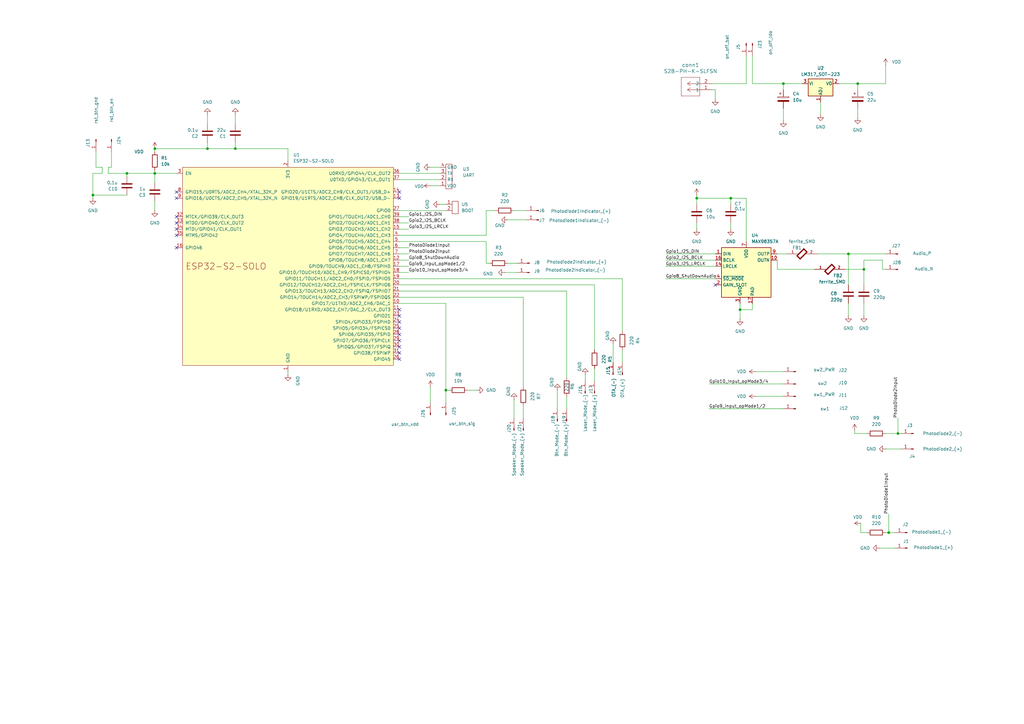
<source format=kicad_sch>
(kicad_sch (version 20250114) (generator "eeschema") (generator_version "9.0")
  (paper "A3")
  (title_block (title "Sprinting Gates schematics"))
  (lib_symbols
    (symbol "Audio:MAX98357A"
      (property "Reference" "U" (at -8.89 11.43 0))
      (property "Value" "MAX98357A" (at 10.16 11.43 0))
      (symbol "MAX98357A_1_1"
        (rectangle (start -10.16 10.16) (end 10.16 -10.16) (stroke (width 0.254)) (fill (type background)))
        (pin input line (at -12.7 7.62 0) (length 2.54) (name "DIN") (number "1"))
        (pin input line (at -12.7 5.08 0) (length 2.54) (name "BCLK") (number "16"))
        (pin input line (at -12.7 2.54 0) (length 2.54) (name "LRCLK") (number "14"))
        (pin input line (at -12.7 -2.54 0) (length 2.54) (name "~{SD_MODE}") (number "4"))
        (pin passive line (at -12.7 -5.08 0) (length 2.54) (name "GAIN_SLOT") (number "2"))
        (pin passive line (at -2.54 -12.7 90) (length 2.54) (hide yes) (name "GND") (number "11"))
        (pin passive line (at -2.54 -12.7 90) (length 2.54) (hide yes) (name "GND") (number "15"))
        (pin power_in line (at -2.54 -12.7 90) (length 2.54) (name "GND") (number "3"))
        (pin power_in line (at 0 12.7 270) (length 2.54) (name "VDD") (number "7"))
        (pin passive line (at 0 12.7 270) (length 2.54) (hide yes) (name "VDD") (number "8"))
        (pin unspecified line (at 2.54 -12.7 90) (length 2.54) (name "PAD") (number "17"))
        (pin no_connect line (at 10.16 2.54 180) (length 2.54) (hide yes) (name "NC") (number "5"))
        (pin no_connect line (at 10.16 0 180) (length 2.54) (hide yes) (name "NC") (number "6"))
        (pin no_connect line (at 10.16 -5.08 180) (length 2.54) (hide yes) (name "NC") (number "12"))
        (pin no_connect line (at 10.16 -7.62 180) (length 2.54) (hide yes) (name "NC") (number "13"))
        (pin output line (at 12.7 7.62 180) (length 2.54) (name "OUTP") (number "9"))
        (pin output line (at 12.7 5.08 180) (length 2.54) (name "OUTN") (number "10"))
      )
    )
    (symbol "Connector:Conn_01x01_Pin" (pin_names (offset 1.016) (hide yes))
      (property "Reference" "J" (at 0 2.54 0))
      (property "Value" "Conn_01x01_Pin" (at 0 -2.54 0))
      (symbol "Conn_01x01_Pin_1_1"
        (rectangle (start 0.8636 0.127) (end 0 -0.127) (stroke (width 0.1524)) (fill (type outline)))
        (polyline (pts (xy 1.27 0) (xy 0.8636 0)) (stroke (width 0.1524)))
        (pin passive line (at 5.08 0 180) (length 3.81) (name "Pin_1") (number "1"))
      )
    )
    (symbol "Device:C" (pin_numbers (hide yes)) (pin_names (offset 0.254))
      (property "Reference" "C" (at 0.635 2.54 0))
      (property "Value" "C" (at 0.635 -2.54 0))
      (symbol "C_0_1"
        (polyline (pts (xy -2.032 0.762) (xy 2.032 0.762)) (stroke (width 0.508)))
        (polyline (pts (xy -2.032 -0.762) (xy 2.032 -0.762)) (stroke (width 0.508)))
      )
      (symbol "C_1_1"
        (pin passive line (at 0 3.81 270) (length 2.794) (name "~") (number "1"))
        (pin passive line (at 0 -3.81 90) (length 2.794) (name "~") (number "2"))
      )
    )
    (symbol "Device:C_Polarized" (pin_numbers (hide yes)) (pin_names (offset 0.254))
      (property "Reference" "C" (at 0.635 2.54 0))
      (property "Value" "C_Polarized" (at 0.635 -2.54 0))
      (symbol "C_Polarized_0_1"
        (rectangle (start -2.286 0.508) (end 2.286 1.016))
        (polyline (pts (xy -1.778 2.286) (xy -0.762 2.286)))
        (polyline (pts (xy -1.27 2.794) (xy -1.27 1.778)))
        (rectangle (start 2.286 -0.508) (end -2.286 -1.016) (fill (type outline)))
      )
      (symbol "C_Polarized_1_1"
        (pin passive line (at 0 3.81 270) (length 2.794) (name "~") (number "1"))
        (pin passive line (at 0 -3.81 90) (length 2.794) (name "~") (number "2"))
      )
    )
    (symbol "Device:R" (pin_numbers (hide yes)) (pin_names (offset 0))
      (property "Reference" "R" (at 2.032 0 90))
      (property "Value" "R" (at 0 0 90))
      (symbol "R_0_1"
        (rectangle (start -1.016 -2.54) (end 1.016 2.54) (stroke (width 0.254)))
      )
      (symbol "R_1_1"
        (pin passive line (at 0 3.81 270) (length 1.27) (name "~") (number "1"))
        (pin passive line (at 0 -3.81 90) (length 1.27) (name "~") (number "2"))
      )
    )
    (symbol "LiPoConns:S2B-PH-K-SLFSN" (pin_names (offset 0.254))
      (property "Reference" "J" (at 8.89 6.35 0))
      (property "Value" "S2B-PH-K-SLFSN" (at -3.302 4.826 0))
      (symbol "S2B-PH-K-SLFSN_1_1"
        (polyline (pts (xy 5.08 2.54) (xy 5.08 -5.08)) (stroke (width 0.127)))
        (polyline (pts (xy 5.08 -5.08) (xy 12.7 -5.08)) (stroke (width 0.127)))
        (polyline (pts (xy 10.16 0) (xy 5.08 0)) (stroke (width 0.127)))
        (polyline (pts (xy 10.16 0) (xy 8.89 0.8467)) (stroke (width 0.127)))
        (polyline (pts (xy 10.16 0) (xy 8.89 -0.8467)) (stroke (width 0.127)))
        (polyline (pts (xy 10.16 -2.54) (xy 5.08 -2.54)) (stroke (width 0.127)))
        (polyline (pts (xy 10.16 -2.54) (xy 8.89 -1.6933)) (stroke (width 0.127)))
        (polyline (pts (xy 10.16 -2.54) (xy 8.89 -3.3867)) (stroke (width 0.127)))
        (polyline (pts (xy 12.7 2.54) (xy 5.08 2.54)) (stroke (width 0.127)))
        (polyline (pts (xy 12.7 -5.08) (xy 12.7 2.54)) (stroke (width 0.127)))
        (pin power_out line (at 0 0 0) (length 5.08) (name "1") (number "1"))
        (pin power_out line (at 0 -2.54 0) (length 5.08) (name "2") (number "2"))
      )
      (symbol "S2B-PH-K-SLFSN_1_2"
        (polyline (pts (xy 5.08 2.54) (xy 5.08 -5.08)) (stroke (width 0.127)))
        (polyline (pts (xy 5.08 -5.08) (xy 12.7 -5.08)) (stroke (width 0.127)))
        (polyline (pts (xy 7.62 0) (xy 5.08 0)) (stroke (width 0.127)))
        (polyline (pts (xy 7.62 0) (xy 8.89 0.8467)) (stroke (width 0.127)))
        (polyline (pts (xy 7.62 0) (xy 8.89 -0.8467)) (stroke (width 0.127)))
        (polyline (pts (xy 7.62 -2.54) (xy 5.08 -2.54)) (stroke (width 0.127)))
        (polyline (pts (xy 7.62 -2.54) (xy 8.89 -1.6933)) (stroke (width 0.127)))
        (polyline (pts (xy 7.62 -2.54) (xy 8.89 -3.3867)) (stroke (width 0.127)))
        (polyline (pts (xy 12.7 2.54) (xy 5.08 2.54)) (stroke (width 0.127)))
        (polyline (pts (xy 12.7 -5.08) (xy 12.7 2.54)) (stroke (width 0.127)))
        (pin unspecified line (at 0 0 0) (length 5.08) (name "1") (number "1"))
        (pin unspecified line (at 0 -2.54 0) (length 5.08) (name "2") (number "2"))
      )
    )
    (symbol "MURATA_BLM18KN471EH1D:MURATA_BLM18KN471EH1D" (pin_names (offset 1.016))
      (property "Reference" "FB" (at 3.302 -0.508 0))
      (property "Value" "ferrite_SMD" (at 0 0 0))
      (symbol "MURATA_BLM18KN471EH1D_0_0"
        (polyline (pts (xy 4.318 -5.842) (xy 7.112 -3.048)) (stroke (width 0.508)))
        (polyline (pts (xy 5.08 -5.08) (xy 5.08 -5.08)) (stroke (width 0.15)))
        (polyline (pts (xy 5.588 -7.112) (xy 4.318 -5.842)) (stroke (width 0.508)))
        (polyline (pts (xy 5.588 -7.112) (xy 8.382 -4.318)) (stroke (width 0.508)))
        (polyline (pts (xy 7.112 -3.048) (xy 8.382 -4.318)) (stroke (width 0.508)))
        (polyline (pts (xy 7.62 -5.08) (xy 7.62 -5.08)) (stroke (width 0.15)))
        (pin passive line (at 0 -5.08 0) (length 5.08) (name "~") (number "1"))
        (pin passive line (at 12.7 -5.08 180) (length 5.08) (name "~") (number "2"))
      )
    )
    (symbol "PCM_Espressif:ESP32-S2-SOLO" (pin_names (offset 1.016))
      (property "Reference" "U" (at -43.18 45.72 0))
      (property "Value" "ESP32-S2-SOLO" (at -43.18 43.18 0))
      (symbol "ESP32-S2-SOLO_0_1"
        (rectangle (start -43.18 40.64) (end 43.18 -40.64) (fill (type background)))
      )
      (symbol "ESP32-S2-SOLO_1_1"
        (text "ESP32-S2-SOLO" (at -25.4 0 0) (effects (font (size 2.54 2.54))))
        (pin bidirectional line (at -45.72 38.1 0) (length 2.54) (name "EN") (number "3"))
        (pin bidirectional line (at -45.72 30.48 0) (length 2.54) (name "GPIO15/U0RTS/ADC2_CH4/XTAL_32K_P") (number "8"))
        (pin bidirectional line (at -45.72 27.94 0) (length 2.54) (name "GPIO16/U0CTS/ADC2_CH5/XTAL_32K_N") (number "9"))
        (pin bidirectional line (at -45.72 20.32 0) (length 2.54) (name "MTCK/GPIO39/CLK_OUT3") (number "32"))
        (pin bidirectional line (at -45.72 17.78 0) (length 2.54) (name "MTDO/GPIO40/CLK_OUT2") (number "33"))
        (pin bidirectional line (at -45.72 15.24 0) (length 2.54) (name "MTDI/GPIO41/CLK_OUT1") (number "34"))
        (pin bidirectional line (at -45.72 12.7 0) (length 2.54) (name "MTMS/GPIO42") (number "35"))
        (pin input line (at -45.72 7.62 0) (length 2.54) (name "GPIO46") (number "16"))
        (pin power_in line (at 0 43.18 270) (length 2.54) (name "3V3") (number "2"))
        (pin power_in line (at 0 -43.18 90) (length 2.54) (name "GND") (number "1"))
        (pin passive line (at 0 -43.18 90) (length 2.54) (hide yes) (name "GND") (number "40"))
        (pin passive line (at 0 -43.18 90) (length 2.54) (hide yes) (name "GND") (number "41"))
        (pin bidirectional line (at 45.72 38.1 180) (length 2.54) (name "U0RXD/GPIO44/CLK_OUT2") (number "36"))
        (pin bidirectional line (at 45.72 35.56 180) (length 2.54) (name "U0TXD/GPIO43/CLK_OUT1") (number "37"))
        (pin bidirectional line (at 45.72 30.48 180) (length 2.54) (name "GPIO20/U1CTS/ADC2_CH9/CLK_OUT1/USB_D+") (number "14"))
        (pin bidirectional line (at 45.72 27.94 180) (length 2.54) (name "GPIO19/U1RTS/ADC2_CH8/CLK_OUT2/USB_D-") (number "13"))
        (pin bidirectional line (at 45.72 22.86 180) (length 2.54) (name "GPIO0") (number "27"))
        (pin bidirectional line (at 45.72 20.32 180) (length 2.54) (name "GPIO1/TOUCH1/ADC1_CH0") (number "39"))
        (pin bidirectional line (at 45.72 17.78 180) (length 2.54) (name "GPIO2/TOUCH2/ADC1_CH1") (number "38"))
        (pin bidirectional line (at 45.72 15.24 180) (length 2.54) (name "GPIO3/TOUCH3/ADC1_CH2") (number "15"))
        (pin bidirectional line (at 45.72 12.7 180) (length 2.54) (name "GPIO4/TOUCH4/ADC1_CH3") (number "4"))
        (pin bidirectional line (at 45.72 10.16 180) (length 2.54) (name "GPIO5/TOUCH5/ADC1_CH4") (number "5"))
        (pin bidirectional line (at 45.72 7.62 180) (length 2.54) (name "GPIO6/TOUCH6/ADC1_CH5") (number "6"))
        (pin bidirectional line (at 45.72 5.08 180) (length 2.54) (name "GPIO7/TOUCH7/ADC1_CH6") (number "7"))
        (pin bidirectional line (at 45.72 2.54 180) (length 2.54) (name "GPIO8/TOUCH8/ADC1_CH7") (number "12"))
        (pin bidirectional line (at 45.72 0 180) (length 2.54) (name "GPIO9/TOUCH9/ADC1_CH8/FSPIHD") (number "17"))
        (pin bidirectional line (at 45.72 -2.54 180) (length 2.54) (name "GPIO10/TOUCH10/ADC1_CH9/FSPICS0/FSPIIO4") (number "18"))
        (pin bidirectional line (at 45.72 -5.08 180) (length 2.54) (name "GPIO11/TOUCH11/ADC2_CH0/FSPID/FSPIIO5") (number "19"))
        (pin bidirectional line (at 45.72 -7.62 180) (length 2.54) (name "GPIO12/TOUCH12/ADC2_CH1/FSPICLK/FSPIIO6") (number "20"))
        (pin bidirectional line (at 45.72 -10.16 180) (length 2.54) (name "GPIO13/TOUCH13/ADC2_CH2/FSPIQ/FSPIIO7") (number "21"))
        (pin bidirectional line (at 45.72 -12.7 180) (length 2.54) (name "GPIO14/TOUCH14/ADC2_CH3/FSPIWP/FSPIDQS") (number "22"))
        (pin bidirectional line (at 45.72 -15.24 180) (length 2.54) (name "GPIO17/U1TXD/ADC2_CH6/DAC_1") (number "10"))
        (pin bidirectional line (at 45.72 -17.78 180) (length 2.54) (name "GPIO18/U1RXD/ADC2_CH7/DAC_2/CLK_OUT3") (number "11"))
        (pin bidirectional line (at 45.72 -20.32 180) (length 2.54) (name "GPIO21") (number "23"))
        (pin bidirectional line (at 45.72 -22.86 180) (length 2.54) (name "SPIIO4/GPIO33/FSPIHD") (number "24"))
        (pin bidirectional line (at 45.72 -25.4 180) (length 2.54) (name "SPIIO5/GPIO34/FSPICS0") (number "25"))
        (pin bidirectional line (at 45.72 -27.94 180) (length 2.54) (name "SPIIO6/GPIO35/FSPID") (number "28"))
        (pin bidirectional line (at 45.72 -30.48 180) (length 2.54) (name "SPIIO7/GPIO36/FSPICLK") (number "29"))
        (pin bidirectional line (at 45.72 -33.02 180) (length 2.54) (name "SPIDQS/GPIO37/FSPIQ") (number "30"))
        (pin bidirectional line (at 45.72 -35.56 180) (length 2.54) (name "GPIO38/FSPIWP") (number "31"))
        (pin bidirectional line (at 45.72 -38.1 180) (length 2.54) (name "GPIO45") (number "26"))
      )
    )
    (symbol "Regulator_Linear:LM317_SOT-223" (pin_names (offset 0.254))
      (property "Reference" "U" (at -3.81 3.175 0))
      (property "Value" "LM317_SOT-223" (at 0 3.175 0))
      (symbol "LM317_SOT-223_0_1"
        (rectangle (start -5.08 1.905) (end 5.08 -5.08) (stroke (width 0.254)) (fill (type background)))
      )
      (symbol "LM317_SOT-223_1_1"
        (pin power_in line (at -7.62 0 0) (length 2.54) (name "VI") (number "3"))
        (pin input line (at 0 -7.62 90) (length 2.54) (name "ADJ") (number "1"))
        (pin power_out line (at 7.62 0 180) (length 2.54) (name "VO") (number "2"))
      )
    )
    (symbol "connectors:BOOT"
      (property "Reference" "U" (at 0 0 0))
      (symbol "BOOT_0_1"
        (rectangle (start -1.27 2.54) (end 1.27 -2.54))
      )
      (symbol "BOOT_1_1"
        (pin power_in line (at -3.81 1.27 0) (length 2.54) (name "") (number "1"))
        (pin output line (at -3.81 -1.27 0) (length 2.54) (name "") (number "2"))
      )
    )
    (symbol "connectors:UART_connector"
      (property "Reference" "U" (at 0 0 0))
      (symbol "UART_connector_0_1"
        (rectangle (start -1.27 5.08) (end 1.27 -5.08))
      )
      (symbol "UART_connector_1_1"
        (pin power_in line (at 3.81 3.81 180) (length 2.54) (name "VDD") (number "1"))
        (pin input line (at 3.81 1.27 180) (length 2.54) (name "RX") (number "2"))
        (pin output line (at 3.81 -1.27 180) (length 2.54) (name "TX") (number "3"))
        (pin power_in line (at 3.81 -3.81 180) (length 2.54) (name "GND") (number "4"))
      )
    )
    (symbol "power:GND" (power) (pin_numbers (hide yes)) (pin_names (offset 0) (hide yes))
      (property "Value" "GND" (at 0 -3.81 0))
      (symbol "GND_0_1"
        (polyline (pts (xy 0 0) (xy 0 -1.27) (xy 1.27 -1.27) (xy 0 -2.54) (xy -1.27 -1.27) (xy 0 -1.27)))
      )
      (symbol "GND_1_1"
        (pin power_in line (at 0 0 270) (length 0) (name "~") (number "1"))
      )
    )
    (symbol "power:VDD" (power) (pin_numbers (hide yes)) (pin_names (offset 0) (hide yes))
      (property "Value" "VDD" (at 0 3.556 0))
      (symbol "VDD_0_1"
        (polyline (pts (xy -0.762 1.27) (xy 0 2.54)))
        (polyline (pts (xy 0 2.54) (xy 0.762 1.27)))
        (polyline (pts (xy 0 0) (xy 0 2.54)))
      )
      (symbol "VDD_1_1"
        (pin power_in line (at 0 0 90) (length 0) (name "~") (number "1"))
      )
    )
  )
  (junction (at 85.09 60.96))
  (junction (at 63.5 71.12))
  (junction (at 354.33 110.49))
  (junction (at 321.31 34.29))
  (junction (at 96.52 60.96))
  (junction (at 299.72 81.28))
  (junction (at 38.1 80.01))
  (junction (at 182.88 160.02))
  (junction (at 351.79 34.29))
  (junction (at 368.3 177.8))
  (junction (at 347.98 104.14))
  (junction (at 63.5 60.96))
  (junction (at 364.49 218.44))
  (junction (at 285.75 81.28))
  (junction (at 52.07 71.12))
  (junction (at 303.53 127))
  (no_connect (at 163.83 137.16))
  (no_connect (at 72.39 101.6))
  (no_connect (at 163.83 144.78))
  (no_connect (at 163.83 134.62))
  (no_connect (at 72.39 93.98))
  (no_connect (at 72.39 91.44))
  (no_connect (at 163.83 142.24))
  (no_connect (at 72.39 88.9))
  (no_connect (at 72.39 81.28))
  (no_connect (at 163.83 81.28))
  (no_connect (at 72.39 78.74))
  (no_connect (at 163.83 127))
  (no_connect (at 72.39 96.52))
  (no_connect (at 293.37 116.84))
  (no_connect (at 163.83 139.7))
  (no_connect (at 163.83 129.54))
  (no_connect (at 163.83 132.08))
  (no_connect (at 163.83 78.74))
  (no_connect (at 163.83 147.32))
  (wire (pts (xy 354.33 106.68) (xy 354.33 110.49)))
  (wire (pts (xy 44.45 68.58) (xy 44.45 71.12)))
  (wire (pts (xy 163.83 93.98) (xy 167.64 93.98)))
  (wire (pts (xy 214.63 121.92) (xy 214.63 158.75)))
  (wire (pts (xy 344.17 34.29) (xy 351.79 34.29)))
  (wire (pts (xy 368.3 171.45) (xy 368.3 177.8)))
  (wire (pts (xy 52.07 71.12) (xy 52.07 72.39)))
  (wire (pts (xy 353.06 218.44) (xy 355.6 218.44)))
  (wire (pts (xy 346.71 110.49) (xy 354.33 110.49)))
  (wire (pts (xy 309.88 162.56) (xy 321.31 162.56)))
  (wire (pts (xy 363.22 177.8) (xy 368.3 177.8)))
  (wire (pts (xy 163.83 71.12) (xy 180.34 71.12)))
  (wire (pts (xy 41.91 71.12) (xy 41.91 68.58)))
  (wire (pts (xy 163.83 111.76) (xy 167.64 111.76)))
  (wire (pts (xy 63.5 60.96) (xy 85.09 60.96)))
  (wire (pts (xy 347.98 104.14) (xy 363.22 104.14)))
  (wire (pts (xy 163.83 73.66) (xy 180.34 73.66)))
  (wire (pts (xy 85.09 50.8) (xy 85.09 46.99)))
  (wire (pts (xy 293.37 40.64) (xy 293.37 36.83)))
  (wire (pts (xy 293.37 36.83) (xy 292.1 36.83)))
  (wire (pts (xy 163.83 109.22) (xy 167.64 109.22)))
  (wire (pts (xy 273.05 109.22) (xy 293.37 109.22)))
  (wire (pts (xy 52.07 71.12) (xy 63.5 71.12)))
  (wire (pts (xy 273.05 104.14) (xy 293.37 104.14)))
  (wire (pts (xy 347.98 124.46) (xy 347.98 129.54)))
  (wire (pts (xy 163.83 104.14) (xy 167.64 104.14)))
  (wire (pts (xy 38.1 71.12) (xy 38.1 80.01)))
  (wire (pts (xy 45.72 68.58) (xy 44.45 68.58)))
  (wire (pts (xy 232.41 119.38) (xy 232.41 154.94)))
  (wire (pts (xy 243.84 116.84) (xy 163.83 116.84)))
  (wire (pts (xy 118.11 153.67) (xy 118.11 152.4)))
  (wire (pts (xy 163.83 91.44) (xy 167.64 91.44)))
  (wire (pts (xy 63.5 82.55) (xy 63.5 86.36)))
  (wire (pts (xy 306.07 81.28) (xy 306.07 99.06)))
  (wire (pts (xy 163.83 119.38) (xy 232.41 119.38)))
  (wire (pts (xy 210.82 163.83) (xy 210.82 171.45)))
  (wire (pts (xy 163.83 121.92) (xy 214.63 121.92)))
  (wire (pts (xy 335.28 104.14) (xy 347.98 104.14)))
  (wire (pts (xy 351.79 44.45) (xy 351.79 48.26)))
  (wire (pts (xy 232.41 162.56) (xy 232.41 167.64)))
  (wire (pts (xy 85.09 58.42) (xy 85.09 60.96)))
  (wire (pts (xy 350.52 177.8) (xy 355.6 177.8)))
  (wire (pts (xy 361.95 106.68) (xy 361.95 110.49)))
  (wire (pts (xy 163.83 106.68) (xy 167.64 106.68)))
  (wire (pts (xy 199.39 99.06) (xy 163.83 99.06)))
  (wire (pts (xy 308.61 22.86) (xy 308.61 34.29)))
  (wire (pts (xy 363.22 26.67) (xy 363.22 34.29)))
  (wire (pts (xy 351.79 34.29) (xy 351.79 36.83)))
  (wire (pts (xy 354.33 110.49) (xy 354.33 116.84)))
  (wire (pts (xy 299.72 81.28) (xy 306.07 81.28)))
  (wire (pts (xy 180.34 68.58) (xy 176.53 68.58)))
  (wire (pts (xy 303.53 124.46) (xy 303.53 127)))
  (wire (pts (xy 85.09 60.96) (xy 96.52 60.96)))
  (wire (pts (xy 207.01 111.76) (xy 212.09 111.76)))
  (wire (pts (xy 180.34 76.2) (xy 176.53 76.2)))
  (wire (pts (xy 63.5 71.12) (xy 63.5 74.93)))
  (wire (pts (xy 318.77 110.49) (xy 334.01 110.49)))
  (wire (pts (xy 163.83 86.36) (xy 182.88 86.36)))
  (wire (pts (xy 199.39 99.06) (xy 199.39 107.95)))
  (wire (pts (xy 321.31 34.29) (xy 328.93 34.29)))
  (wire (pts (xy 360.68 224.79) (xy 367.03 224.79)))
  (wire (pts (xy 353.06 218.44) (xy 353.06 214.63)))
  (wire (pts (xy 63.5 71.12) (xy 72.39 71.12)))
  (wire (pts (xy 39.37 68.58) (xy 41.91 68.58)))
  (wire (pts (xy 308.61 124.46) (xy 308.61 127)))
  (wire (pts (xy 368.3 177.8) (xy 369.57 177.8)))
  (wire (pts (xy 163.83 88.9) (xy 167.64 88.9)))
  (wire (pts (xy 199.39 86.36) (xy 203.2 86.36)))
  (wire (pts (xy 45.72 62.23) (xy 45.72 68.58)))
  (wire (pts (xy 321.31 44.45) (xy 321.31 49.53)))
  (wire (pts (xy 251.46 140.97) (xy 251.46 148.59)))
  (wire (pts (xy 191.77 160.02) (xy 195.58 160.02)))
  (wire (pts (xy 285.75 81.28) (xy 285.75 83.82)))
  (wire (pts (xy 208.28 107.95) (xy 212.09 107.95)))
  (wire (pts (xy 364.49 210.82) (xy 364.49 218.44)))
  (wire (pts (xy 292.1 34.29) (xy 306.07 34.29)))
  (wire (pts (xy 44.45 71.12) (xy 52.07 71.12)))
  (wire (pts (xy 299.72 91.44) (xy 299.72 93.98)))
  (wire (pts (xy 285.75 91.44) (xy 285.75 93.98)))
  (wire (pts (xy 361.95 110.49) (xy 363.22 110.49)))
  (wire (pts (xy 199.39 107.95) (xy 200.66 107.95)))
  (wire (pts (xy 38.1 80.01) (xy 38.1 81.28)))
  (wire (pts (xy 63.5 69.85) (xy 63.5 71.12)))
  (wire (pts (xy 354.33 124.46) (xy 354.33 129.54)))
  (wire (pts (xy 180.34 83.82) (xy 182.88 83.82)))
  (wire (pts (xy 318.77 110.49) (xy 318.77 106.68)))
  (wire (pts (xy 306.07 22.86) (xy 306.07 34.29)))
  (wire (pts (xy 240.03 153.67) (xy 240.03 156.21)))
  (wire (pts (xy 182.88 160.02) (xy 184.15 160.02)))
  (wire (pts (xy 303.53 127) (xy 303.53 130.81)))
  (wire (pts (xy 350.52 176.53) (xy 350.52 177.8)))
  (wire (pts (xy 199.39 96.52) (xy 163.83 96.52)))
  (wire (pts (xy 118.11 60.96) (xy 118.11 66.04)))
  (wire (pts (xy 347.98 104.14) (xy 347.98 116.84)))
  (wire (pts (xy 228.6 160.02) (xy 228.6 167.64)))
  (wire (pts (xy 182.88 124.46) (xy 163.83 124.46)))
  (wire (pts (xy 39.37 62.23) (xy 39.37 68.58)))
  (wire (pts (xy 208.28 90.17) (xy 215.9 90.17)))
  (wire (pts (xy 309.88 152.4) (xy 321.31 152.4)))
  (wire (pts (xy 273.05 114.3) (xy 293.37 114.3)))
  (wire (pts (xy 290.83 157.48) (xy 321.31 157.48)))
  (wire (pts (xy 299.72 81.28) (xy 299.72 83.82)))
  (wire (pts (xy 351.79 34.29) (xy 363.22 34.29)))
  (wire (pts (xy 182.88 165.1) (xy 182.88 160.02)))
  (wire (pts (xy 308.61 127) (xy 303.53 127)))
  (wire (pts (xy 364.49 218.44) (xy 367.03 218.44)))
  (wire (pts (xy 255.27 143.51) (xy 255.27 148.59)))
  (wire (pts (xy 363.22 218.44) (xy 364.49 218.44)))
  (wire (pts (xy 96.52 50.8) (xy 96.52 46.99)))
  (wire (pts (xy 199.39 86.36) (xy 199.39 96.52)))
  (wire (pts (xy 214.63 166.37) (xy 214.63 171.45)))
  (wire (pts (xy 290.83 167.64) (xy 321.31 167.64)))
  (wire (pts (xy 96.52 58.42) (xy 96.52 60.96)))
  (wire (pts (xy 176.53 158.75) (xy 176.53 165.1)))
  (wire (pts (xy 243.84 116.84) (xy 243.84 143.51)))
  (wire (pts (xy 63.5 60.96) (xy 63.5 62.23)))
  (wire (pts (xy 255.27 114.3) (xy 255.27 135.89)))
  (wire (pts (xy 321.31 34.29) (xy 321.31 36.83)))
  (wire (pts (xy 163.83 114.3) (xy 255.27 114.3)))
  (wire (pts (xy 285.75 81.28) (xy 299.72 81.28)))
  (wire (pts (xy 163.83 101.6) (xy 167.64 101.6)))
  (wire (pts (xy 285.75 80.01) (xy 285.75 81.28)))
  (wire (pts (xy 243.84 151.13) (xy 243.84 156.21)))
  (wire (pts (xy 273.05 106.68) (xy 293.37 106.68)))
  (wire (pts (xy 96.52 60.96) (xy 118.11 60.96)))
  (wire (pts (xy 336.55 41.91) (xy 336.55 46.99)))
  (wire (pts (xy 318.77 104.14) (xy 322.58 104.14)))
  (wire (pts (xy 308.61 34.29) (xy 321.31 34.29)))
  (wire (pts (xy 52.07 80.01) (xy 38.1 80.01)))
  (wire (pts (xy 182.88 160.02) (xy 182.88 124.46)))
  (wire (pts (xy 354.33 106.68) (xy 361.95 106.68)))
  (wire (pts (xy 41.91 71.12) (xy 38.1 71.12)))
  (wire (pts (xy 210.82 86.36) (xy 215.9 86.36)))
  (wire (pts (xy 369.57 184.15) (xy 363.22 184.15)))
  (label "Gpio3_I2S_LRCLK" (at 273.05 109.22 0))
  (label "Gpio10_Input_opMode3{slash}4" (at 167.64 111.76 0))
  (label "Gpio1_I2S_DIN" (at 273.05 104.14 0))
  (label "PhotoDiode2Input" (at 368.3 171.45 90))
  (label "Gpio10_Input_opMode3{slash}4" (at 290.83 157.48 0))
  (label "Gpio3_I2S_LRCLK" (at 167.64 93.98 0))
  (label "Gpio1_I2S_DIN" (at 167.64 88.9 0))
  (label "Gpio2_I2S_BCLK" (at 273.05 106.68 0))
  (label "Gpio2_I2S_BCLK" (at 167.64 91.44 0))
  (label "PhotoDiode1Input" (at 167.64 101.6 0))
  (label "PhotoDiode2Input" (at 167.64 104.14 0))
  (label "Gpio9_Input_opMode1{slash}2" (at 167.64 109.22 0))
  (label "PhotoDiode1Input" (at 364.49 210.82 90))
  (label "Gpio9_Input_opMode1{slash}2" (at 290.83 167.64 0))
  (label "Gpio8_ShutDownAudio" (at 273.05 114.3 0))
  (label "Gpio8_ShutDownAudio" (at 167.64 106.68 0))
  (symbol (lib_id "power:VDD") (at 350.52 176.53 0) (unit 1)
    (property "Reference" "#PWR020" (effects (hide yes)))
    (property "Value" "VDD" (at 350.52 171.45 0))
    (property "Description" "Power symbol creates a global label with name \"VDD\"" (effects (hide yes)))
  )
  (symbol (lib_id "Connector:Conn_01x01_Pin") (at 326.39 167.64 180) (unit 1)
    (property "Reference" "J12" (at 345.948 167.386 0))
    (property "Value" "sw1" (at 338.328 167.64 0))
    (property "Footprint" "laserGatesFootprints:-_connectorPad" (effects (hide yes)))
    (property "Description" "Generic connector, single row, 01x01, script generated" (effects (hide yes)))
  )
  (symbol (lib_id "power:GND") (at 210.82 163.83 180) (unit 1)
    (property "Reference" "#PWR029" (effects (hide yes)))
    (property "Value" "GND" (at 208.534 162.56 90) (effects (justify right)))
    (property "Description" "Power symbol creates a global label with name \"GND\" , ground" (effects (hide yes)))
  )
  (symbol (lib_id "Device:R") (at 63.5 66.04 0) (unit 1)
    (property "Reference" "R1" (at 66.04 64.7699 0) (effects (justify left)))
    (property "Value" "10k" (at 66.04 67.3099 0) (effects (justify left)))
    (property "Footprint" "Resistor_SMD:R_1206_3216Metric" (effects (hide yes)))
    (property "Description" "Resistor" (effects (hide yes)))
  )
  (symbol (lib_id "Device:R") (at 359.41 177.8 90) (unit 1)
    (property "Reference" "R9" (at 359.41 171.45 90))
    (property "Value" "220" (at 359.41 173.99 90))
    (property "Footprint" "Resistor_SMD:R_1206_3216Metric" (effects (hide yes)))
    (property "Description" "Resistor" (effects (hide yes)))
  )
  (symbol (lib_id "Regulator_Linear:LM317_SOT-223") (at 336.55 34.29 0) (unit 1)
    (property "Reference" "U2" (at 336.55 27.94 0))
    (property "Value" "LM317_SOT-223" (at 336.55 30.48 0))
    (property "Footprint" "Package_TO_SOT_SMD:SOT-223-3_TabPin2" (effects (hide yes)))
    (property "Datasheet" "http://www.ti.com/lit/ds/symlink/lm317.pdf" (effects (hide yes)))
    (property "Description" "1.5A 35V Adjustable Linear Regulator, SOT-223" (effects (hide yes)))
  )
  (symbol (lib_id "Device:R") (at 187.96 160.02 90) (unit 1)
    (property "Reference" "R8" (at 187.96 153.67 90))
    (property "Value" "10k" (at 187.96 156.21 90))
    (property "Footprint" "Resistor_SMD:R_1206_3216Metric" (effects (hide yes)))
    (property "Description" "Resistor" (effects (hide yes)))
  )
  (symbol (lib_id "power:GND") (at 293.37 40.64 0) (unit 1)
    (property "Reference" "#PWR08" (effects (hide yes)))
    (property "Value" "GND" (at 293.37 45.72 0))
    (property "Description" "Power symbol creates a global label with name \"GND\" , ground" (effects (hide yes)))
  )
  (symbol (lib_id "power:GND") (at 251.46 140.97 180) (unit 1)
    (property "Reference" "#PWR026" (effects (hide yes)))
    (property "Value" "GND" (at 249.174 139.7 90) (effects (justify right)))
    (property "Description" "Power symbol creates a global label with name \"GND\" , ground" (effects (hide yes)))
  )
  (symbol (lib_id "Connector:Conn_01x01_Pin") (at 326.39 152.4 180) (unit 1)
    (property "Reference" "J22" (at 345.694 151.892 0))
    (property "Value" "sw2_PWR" (at 338.074 151.638 0))
    (property "Footprint" "laserGatesFootprints:+_connectorPad" (effects (hide yes)))
    (property "Description" "Generic connector, single row, 01x01, script generated" (effects (hide yes)))
  )
  (symbol (lib_id "Device:C") (at 285.75 87.63 180) (unit 1)
    (property "Reference" "C6" (at 289.56 86.3599 0) (effects (justify right)))
    (property "Value" "10u" (at 289.56 88.8999 0) (effects (justify right)))
    (property "Footprint" "Capacitor_SMD:C_1206_3216Metric" (effects (hide yes)))
    (property "Description" "Unpolarized capacitor" (effects (hide yes)))
  )
  (symbol (lib_id "Connector:Conn_01x01_Pin") (at 176.53 170.18 90) (unit 1)
    (property "Reference" "J26" (at 173.482 169.672 0))
    (property "Value" "usr_btn_vdd" (at 166.116 173.99 90))
    (property "Footprint" "laserGatesFootprints:+_connectorPad" (effects (hide yes)))
    (property "Description" "Generic connector, single row, 01x01, script generated" (effects (hide yes)))
  )
  (symbol (lib_id "power:GND") (at 360.68 224.79 270) (unit 1)
    (property "Reference" "#PWR034" (effects (hide yes)))
    (property "Value" "GND" (at 356.87 224.7899 90) (effects (justify right)))
    (property "Description" "Power symbol creates a global label with name \"GND\" , ground" (effects (hide yes)))
  )
  (symbol (lib_id "power:VDD") (at 309.88 152.4 90) (unit 1)
    (property "Reference" "#PWR030" (effects (hide yes)))
    (property "Value" "VDD" (at 306.07 152.3999 90) (effects (justify left)))
    (property "Description" "Power symbol creates a global label with name \"VDD\"" (effects (hide yes)))
  )
  (symbol (lib_id "Device:C_Polarized") (at 351.79 40.64 0) (unit 1)
    (property "Reference" "C5" (at 355.6 38.4809 0) (effects (justify left)))
    (property "Value" "22u" (at 355.6 41.0209 0) (effects (justify left)))
    (property "Footprint" "laserGatesFootprints:CAPMP3216X180N" (effects (hide yes)))
    (property "Description" "Polarized capacitor" (effects (hide yes)))
  )
  (symbol (lib_id "Connector:Conn_01x01_Pin") (at 182.88 170.18 90) (unit 1)
    (property "Reference" "J25" (at 186.182 168.656 0))
    (property "Value" "usr_btn_sig" (at 189.484 173.736 90))
    (property "Footprint" "laserGatesFootprints:-_connectorPad" (effects (hide yes)))
    (property "Description" "Generic connector, single row, 01x01, script generated" (effects (hide yes)))
  )
  (symbol (lib_id "Connector:Conn_01x01_Pin") (at 374.65 184.15 180) (unit 1)
    (property "Reference" "J4" (at 374.142 187.198 0))
    (property "Value" "Photodiode2_(+)" (at 386.588 184.15 0))
    (property "Footprint" "laserGatesFootprints:+_connectorPad" (effects (hide yes)))
    (property "Description" "Generic connector, single row, 01x01, script generated" (effects (hide yes)))
  )
  (symbol (lib_id "power:GND") (at 228.6 160.02 180) (unit 1)
    (property "Reference" "#PWR028" (effects (hide yes)))
    (property "Value" "GND" (at 226.314 158.75 90) (effects (justify right)))
    (property "Description" "Power symbol creates a global label with name \"GND\" , ground" (effects (hide yes)))
  )
  (symbol (lib_id "Connector:Conn_01x01_Pin") (at 326.39 157.48 180) (unit 1)
    (property "Reference" "J10" (at 345.694 156.972 0))
    (property "Value" "sw2" (at 337.312 157.226 0))
    (property "Footprint" "laserGatesFootprints:-_connectorPad" (effects (hide yes)))
    (property "Description" "Generic connector, single row, 01x01, script generated" (effects (hide yes)))
  )
  (symbol (lib_id "Device:R") (at 359.41 218.44 90) (unit 1)
    (property "Reference" "R10" (at 359.41 212.09 90))
    (property "Value" "220" (at 359.41 214.63 90))
    (property "Footprint" "Resistor_SMD:R_1206_3216Metric" (effects (hide yes)))
    (property "Description" "Resistor" (effects (hide yes)))
  )
  (symbol (lib_id "power:VDD") (at 285.75 80.01 0) (unit 1)
    (property "Reference" "#PWR013" (effects (hide yes)))
    (property "Value" "VDD" (at 285.75 74.93 0))
    (property "Description" "Power symbol creates a global label with name \"VDD\"" (effects (hide yes)))
  )
  (symbol (lib_id "power:GND") (at 208.28 90.17 270) (unit 1)
    (property "Reference" "#PWR018" (effects (hide yes)))
    (property "Value" "GND" (at 207.01 92.456 90) (effects (justify right)))
    (property "Description" "Power symbol creates a global label with name \"GND\" , ground" (effects (hide yes)))
  )
  (symbol (lib_id "Device:R") (at 243.84 147.32 0) (unit 1)
    (property "Reference" "R5" (at 250.19 147.32 90))
    (property "Value" "220" (at 247.65 147.32 90))
    (property "Footprint" "Resistor_SMD:R_1206_3216Metric" (effects (hide yes)))
    (property "Description" "Resistor" (effects (hide yes)))
  )
  (symbol (lib_id "power:GND") (at 63.5 86.36 0) (unit 1)
    (property "Reference" "#PWR05" (effects (hide yes)))
    (property "Value" "GND" (at 63.5 91.44 0))
    (property "Description" "Power symbol creates a global label with name \"GND\" , ground" (effects (hide yes)))
  )
  (symbol (lib_id "power:GND") (at 347.98 129.54 0) (unit 1)
    (property "Reference" "#PWR021" (effects (hide yes)))
    (property "Value" "GND" (at 347.98 134.62 0))
    (property "Description" "Power symbol creates a global label with name \"GND\" , ground" (effects (hide yes)))
  )
  (symbol (lib_id "Device:R") (at 255.27 139.7 0) (unit 1)
    (property "Reference" "R4" (at 261.62 139.7 90))
    (property "Value" "220" (at 259.08 139.7 90))
    (property "Footprint" "Resistor_SMD:R_1206_3216Metric" (effects (hide yes)))
    (property "Description" "Resistor" (effects (hide yes)))
  )
  (symbol (lib_id "Connector:Conn_01x01_Pin") (at 374.65 177.8 180) (unit 1)
    (property "Reference" "J3" (at 373.126 174.498 0))
    (property "Value" "Photodiode2_(-)" (at 386.588 177.8 0))
    (property "Footprint" "laserGatesFootprints:-_connectorPad" (effects (hide yes)))
    (property "Description" "Generic connector, single row, 01x01, script generated" (effects (hide yes)))
  )
  (symbol (lib_id "Connector:Conn_01x01_Pin") (at 368.3 104.14 180) (unit 1)
    (property "Reference" "J27" (at 367.538 100.838 0))
    (property "Value" "Audio_P" (at 378.206 103.886 0))
    (property "Footprint" "laserGatesFootprints:+_connectorPad" (effects (hide yes)))
    (property "Description" "Generic connector, single row, 01x01, script generated" (effects (hide yes)))
  )
  (symbol (lib_id "Connector:Conn_01x01_Pin") (at 306.07 17.78 270) (unit 1)
    (property "Reference" "J5" (at 302.768 19.304 0))
    (property "Value" "on_off_bat" (at 298.196 19.304 0))
    (property "Footprint" "laserGatesFootprints:+_connectorPad" (effects (hide yes)))
    (property "Description" "Generic connector, single row, 01x01, script generated" (effects (hide yes)))
  )
  (symbol (lib_id "connectors:BOOT") (at 186.69 85.09 0) (unit 1)
    (property "Reference" "U5" (at 189.23 83.8199 0) (effects (justify left)))
    (property "Value" "BOOT" (at 189.23 86.3599 0) (effects (justify left)))
    (property "Footprint" "laserGatesFootprints:BOOT_Connectors_Place" (effects (hide yes)))
  )
  (symbol (lib_id "LiPoConns:S2B-PH-K-SLFSN") (at 292.1 36.83 180) (unit 1)
    (property "Reference" "conn1" (at 283.21 26.67 0) (effects (font (size 1.524 1.524))))
    (property "Value" "S2B-PH-K-SLFSN" (at 283.21 29.21 0) (effects (font (size 1.524 1.524))))
    (property "Footprint" "laserGatesFootprints:CONN_S2B-PH-K-S_JST" (effects (hide yes)))
    (property "Datasheet" "S2B-PH-K-SLFSN" (effects (hide yes)))
  )
  (symbol (lib_id "Device:C") (at 63.5 78.74 180) (unit 1)
    (property "Reference" "C3" (at 59.69 80.0101 0) (effects (justify left)))
    (property "Value" "1u" (at 59.69 77.4701 0) (effects (justify left)))
    (property "Footprint" "Capacitor_SMD:C_1206_3216Metric" (effects (hide yes)))
    (property "Description" "Unpolarized capacitor" (effects (hide yes)))
  )
  (symbol (lib_id "power:VDD") (at 363.22 26.67 0) (unit 1)
    (property "Reference" "#PWR012" (effects (hide yes)))
    (property "Value" "VDD" (at 365.76 25.3999 0) (effects (justify left)))
    (property "Description" "Power symbol creates a global label with name \"VDD\"" (effects (hide yes)))
  )
  (symbol (lib_id "power:GND") (at 240.03 153.67 180) (unit 1)
    (property "Reference" "#PWR027" (effects (hide yes)))
    (property "Value" "GND" (at 237.744 152.4 90) (effects (justify right)))
    (property "Description" "Power symbol creates a global label with name \"GND\" , ground" (effects (hide yes)))
  )
  (symbol (lib_id "power:GND") (at 38.1 81.28 0) (unit 1)
    (property "Reference" "#PWR025" (effects (hide yes)))
    (property "Value" "GND" (at 38.1 86.36 0))
    (property "Description" "Power symbol creates a global label with name \"GND\" , ground" (effects (hide yes)))
  )
  (symbol (lib_id "power:GND") (at 207.01 111.76 270) (unit 1)
    (property "Reference" "#PWR019" (effects (hide yes)))
    (property "Value" "GND" (at 202.184 112.268 90) (effects (justify right)))
    (property "Description" "Power symbol creates a global label with name \"GND\" , ground" (effects (hide yes)))
  )
  (symbol (lib_id "Connector:Conn_01x01_Pin") (at 217.17 111.76 180) (unit 1)
    (property "Reference" "J9" (at 220.218 111.252 0))
    (property "Value" "Photodiode2Indicator_(-)" (at 235.966 110.744 0))
    (property "Footprint" "laserGatesFootprints:-_connectorPad" (effects (hide yes)))
    (property "Description" "Generic connector, single row, 01x01, script generated" (effects (hide yes)))
  )
  (symbol (lib_id "Device:C") (at 354.33 120.65 180) (unit 1)
    (property "Reference" "C9" (at 358.14 119.3799 0) (effects (justify right)))
    (property "Value" "220p" (at 358.14 121.9199 0) (effects (justify right)))
    (property "Footprint" "Capacitor_SMD:C_1206_3216Metric" (effects (hide yes)))
    (property "Description" "Unpolarized capacitor" (effects (hide yes)))
  )
  (symbol (lib_id "power:GND") (at 195.58 160.02 90) (unit 1)
    (property "Reference" "#PWR032" (effects (hide yes)))
    (property "Value" "GND" (at 199.39 160.0199 90) (effects (justify right)))
    (property "Description" "Power symbol creates a global label with name \"GND\" , ground" (effects (hide yes)))
  )
  (symbol (lib_id "Connector:Conn_01x01_Pin") (at 228.6 172.72 90) (unit 1)
    (property "Reference" "J18" (at 226.822 172.212 0))
    (property "Value" "Btn_Mode_(-)" (at 228.346 180.594 0))
    (property "Footprint" "laserGatesFootprints:-_connectorPad" (effects (hide yes)))
    (property "Description" "Generic connector, single row, 01x01, script generated" (effects (hide yes)))
  )
  (symbol (lib_id "PCM_Espressif:ESP32-S2-SOLO") (at 118.11 109.22 0) (unit 1)
    (property "Reference" "U1" (at 120.2533 63.5 0) (effects (justify left)))
    (property "Value" "ESP32-S2-SOLO" (at 120.2533 66.04 0) (effects (justify left)))
    (property "Footprint" "PCM_Espressif:ESP32-S2-SOLO" (effects (hide yes)))
    (property "Datasheet" "https://www.espressif.com/sites/default/files/documentation/esp32-s2-solo_esp32-s2-solo-u_datasheet_en.pdf" (effects (hide yes)))
    (property "Description" "ESP32-S2-SOLO and ESP32-S2-SOLO-U are two powerful, generic Wi-Fi MCU modules that have a rich set of peripherals." (effects (hide yes)))
  )
  (symbol (lib_id "Connector:Conn_01x01_Pin") (at 220.98 90.17 180) (unit 1)
    (property "Reference" "J7" (at 222.25 90.424 0))
    (property "Value" "Photodiode1Indicator_(-)" (at 237.49 90.424 0))
    (property "Footprint" "laserGatesFootprints:-_connectorPad" (effects (hide yes)))
    (property "Description" "Generic connector, single row, 01x01, script generated" (effects (hide yes)))
  )
  (symbol (lib_id "power:GND") (at 336.55 46.99 0) (unit 1)
    (property "Reference" "#PWR09" (effects (hide yes)))
    (property "Value" "GND" (at 336.55 52.07 0))
    (property "Description" "Power symbol creates a global label with name \"GND\" , ground" (effects (hide yes)))
  )
  (symbol (lib_id "Connector:Conn_01x01_Pin") (at 214.63 176.53 90) (unit 1)
    (property "Reference" "J21" (at 213.106 175.514 0))
    (property "Value" "Speaker_Mode_(+)" (at 214.122 186.436 0))
    (property "Footprint" "laserGatesFootprints:+_connectorPad" (effects (hide yes)))
    (property "Description" "Generic connector, single row, 01x01, script generated" (effects (hide yes)))
  )
  (symbol (lib_id "Connector:Conn_01x01_Pin") (at 243.84 161.29 90) (unit 1)
    (property "Reference" "J17" (at 242.316 159.766 0))
    (property "Value" "Laser_Mode_(+)" (at 243.84 169.418 0))
    (property "Footprint" "laserGatesFootprints:+_connectorPad" (effects (hide yes)))
    (property "Description" "Generic connector, single row, 01x01, script generated" (effects (hide yes)))
  )
  (symbol (lib_id "Device:C") (at 347.98 120.65 180) (unit 1)
    (property "Reference" "C8" (at 340.614 120.396 0) (effects (justify right)))
    (property "Value" "220p" (at 340.614 122.936 0) (effects (justify right)))
    (property "Footprint" "Capacitor_SMD:C_1206_3216Metric" (effects (hide yes)))
    (property "Description" "Unpolarized capacitor" (effects (hide yes)))
  )
  (symbol (lib_id "MURATA_BLM18KN471EH1D:MURATA_BLM18KN471EH1D") (at 322.58 99.06 0) (unit 1)
    (property "Reference" "FB1" (at 326.898 101.6 0))
    (property "Value" "ferrite_SMD" (at 328.93 99.06 0))
    (property "Footprint" "laserGatesFootprints:FB_HI1206P121R-10" (effects (hide yes)))
  )
  (symbol (lib_id "Connector:Conn_01x01_Pin") (at 217.17 107.95 180) (unit 1)
    (property "Reference" "J8" (at 220.218 107.696 0))
    (property "Value" "Photodiode2Indicator_(+)" (at 236.474 107.442 0))
    (property "Footprint" "laserGatesFootprints:+_connectorPad" (effects (hide yes)))
    (property "Description" "Generic connector, single row, 01x01, script generated" (effects (hide yes)))
  )
  (symbol (lib_id "power:VDD") (at 176.53 76.2 90) (unit 1)
    (property "Reference" "#PWR07" (effects (hide yes)))
    (property "Value" "VDD" (at 171.958 76.454 90))
    (property "Description" "Power symbol creates a global label with name \"VDD\"" (effects (hide yes)))
  )
  (symbol (lib_id "power:GND") (at 96.52 46.99 180) (unit 1)
    (property "Reference" "#PWR03" (effects (hide yes)))
    (property "Value" "GND" (at 96.52 41.91 0))
    (property "Description" "Power symbol creates a global label with name \"GND\" , ground" (effects (hide yes)))
  )
  (symbol (lib_id "Connector:Conn_01x01_Pin") (at 372.11 224.79 180) (unit 1)
    (property "Reference" "J1" (at 371.602 221.996 0))
    (property "Value" "Photodiode1_(+)" (at 382.778 224.536 0))
    (property "Footprint" "laserGatesFootprints:+_connectorPad" (effects (hide yes)))
    (property "Description" "Generic connector, single row, 01x01, script generated" (effects (hide yes)))
  )
  (symbol (lib_id "power:GND") (at 299.72 93.98 0) (unit 1)
    (property "Reference" "#PWR016" (effects (hide yes)))
    (property "Value" "GND" (at 299.72 99.06 0))
    (property "Description" "Power symbol creates a global label with name \"GND\" , ground" (effects (hide yes)))
  )
  (symbol (lib_id "power:GND") (at 363.22 184.15 270) (unit 1)
    (property "Reference" "#PWR033" (effects (hide yes)))
    (property "Value" "GND" (at 359.41 184.1499 90) (effects (justify right)))
    (property "Description" "Power symbol creates a global label with name \"GND\" , ground" (effects (hide yes)))
  )
  (symbol (lib_id "MURATA_BLM18KN471EH1D:MURATA_BLM18KN471EH1D") (at 334.01 105.41 0) (unit 1)
    (property "Reference" "FB2" (at 343.662 113.03 0))
    (property "Value" "ferrite_SMD" (at 341.376 115.57 0))
    (property "Footprint" "laserGatesFootprints:FB_HI1206P121R-10" (effects (hide yes)))
  )
  (symbol (lib_id "Device:R") (at 232.41 158.75 0) (unit 1)
    (property "Reference" "R6" (at 234.696 158.496 90))
    (property "Value" "220" (at 232.41 158.75 90))
    (property "Footprint" "Resistor_SMD:R_1206_3216Metric" (effects (hide yes)))
    (property "Description" "Resistor" (effects (hide yes)))
  )
  (symbol (lib_id "power:GND") (at 180.34 83.82 270) (unit 1)
    (property "Reference" "#PWR024" (effects (hide yes)))
    (property "Value" "GND" (at 175.26 83.82 0))
    (property "Description" "Power symbol creates a global label with name \"GND\" , ground" (effects (hide yes)))
  )
  (symbol (lib_id "Connector:Conn_01x01_Pin") (at 240.03 161.29 90) (unit 1)
    (property "Reference" "J16" (at 237.998 160.02 0))
    (property "Value" "Laser_Mode_(-)" (at 240.03 169.418 0))
    (property "Footprint" "laserGatesFootprints:-_connectorPad" (effects (hide yes)))
    (property "Description" "Generic connector, single row, 01x01, script generated" (effects (hide yes)))
  )
  (symbol (lib_id "power:GND") (at 354.33 129.54 0) (unit 1)
    (property "Reference" "#PWR022" (effects (hide yes)))
    (property "Value" "GND" (at 354.33 134.62 0))
    (property "Description" "Power symbol creates a global label with name \"GND\" , ground" (effects (hide yes)))
  )
  (symbol (lib_id "Connector:Conn_01x01_Pin") (at 308.61 17.78 270) (unit 1)
    (property "Reference" "J23" (at 311.658 18.288 0))
    (property "Value" "on_off_ldo" (at 315.976 17.526 0))
    (property "Footprint" "laserGatesFootprints:-_connectorPad" (effects (hide yes)))
    (property "Description" "Generic connector, single row, 01x01, script generated" (effects (hide yes)))
  )
  (symbol (lib_id "Device:R") (at 214.63 162.56 0) (unit 1)
    (property "Reference" "R7" (at 220.98 162.56 90))
    (property "Value" "220" (at 218.44 162.56 90))
    (property "Footprint" "Resistor_SMD:R_1206_3216Metric" (effects (hide yes)))
    (property "Description" "Resistor" (effects (hide yes)))
  )
  (symbol (lib_id "Connector:Conn_01x01_Pin") (at 255.27 153.67 90) (unit 1)
    (property "Reference" "J14" (at 254 152.4 0))
    (property "Value" "OTA_(+)" (at 255.27 159.258 0))
    (property "Footprint" "laserGatesFootprints:+_connectorPad" (effects (hide yes)))
    (property "Description" "Generic connector, single row, 01x01, script generated" (effects (hide yes)))
  )
  (symbol (lib_id "power:GND") (at 176.53 68.58 270) (unit 1)
    (property "Reference" "#PWR06" (effects (hide yes)))
    (property "Value" "GND" (at 171.45 68.58 0))
    (property "Description" "Power symbol creates a global label with name \"GND\" , ground" (effects (hide yes)))
  )
  (symbol (lib_id "Connector:Conn_01x01_Pin") (at 372.11 218.44 180) (unit 1)
    (property "Reference" "J2" (at 371.348 215.138 0))
    (property "Value" "Photodiode1_(-)" (at 382.016 218.186 0))
    (property "Footprint" "laserGatesFootprints:-_connectorPad" (effects (hide yes)))
    (property "Description" "Generic connector, single row, 01x01, script generated" (effects (hide yes)))
  )
  (symbol (lib_id "Device:C") (at 299.72 87.63 0) (unit 1)
    (property "Reference" "C7" (at 301.244 83.566 0) (effects (justify left)))
    (property "Value" "0.1u" (at 301.244 85.598 0) (effects (justify left)))
    (property "Footprint" "Capacitor_SMD:C_1206_3216Metric" (effects (hide yes)))
    (property "Description" "Unpolarized capacitor" (effects (hide yes)))
  )
  (symbol (lib_id "Connector:Conn_01x01_Pin") (at 39.37 57.15 270) (unit 1)
    (property "Reference" "J13" (at 36.068 58.674 0))
    (property "Value" "rst_btn_gnd" (at 39.37 45.212 0))
    (property "Footprint" "laserGatesFootprints:-_connectorPad" (effects (hide yes)))
    (property "Description" "Generic connector, single row, 01x01, script generated" (effects (hide yes)))
  )
  (symbol (lib_id "Device:C_Polarized") (at 321.31 40.64 0) (unit 1)
    (property "Reference" "C4" (at 325.12 38.4809 0) (effects (justify left)))
    (property "Value" "10u" (at 325.12 41.0209 0) (effects (justify left)))
    (property "Footprint" "laserGatesFootprints:CAPMP3216X180N" (effects (hide yes)))
    (property "Description" "Polarized capacitor" (effects (hide yes)))
  )
  (symbol (lib_id "Connector:Conn_01x01_Pin") (at 45.72 57.15 270) (unit 1)
    (property "Reference" "J24" (at 48.768 57.658 0))
    (property "Value" "rst_btn_en" (at 45.72 45.212 0))
    (property "Footprint" "laserGatesFootprints:+_connectorPad" (effects (hide yes)))
    (property "Description" "Generic connector, single row, 01x01, script generated" (effects (hide yes)))
  )
  (symbol (lib_id "Device:C") (at 85.09 54.61 0) (unit 1)
    (property "Reference" "C2" (at 81.28 55.8801 0) (effects (justify right)))
    (property "Value" "0.1u" (at 81.28 53.3401 0) (effects (justify right)))
    (property "Footprint" "Capacitor_SMD:C_1206_3216Metric" (effects (hide yes)))
    (property "Description" "Unpolarized capacitor" (effects (hide yes)))
  )
  (symbol (lib_id "connectors:UART_connector") (at 184.15 72.39 180) (unit 1)
    (property "Reference" "U3" (at 189.738 69.342 0) (effects (justify right)))
    (property "Value" "UART" (at 189.738 71.882 0) (effects (justify right)))
    (property "Footprint" "laserGatesFootprints:UART_Connectors_Place" (effects (hide yes)))
  )
  (symbol (lib_id "Audio:MAX98357A") (at 306.07 111.76 0) (unit 1)
    (property "Reference" "U4" (at 308.2133 96.52 0) (effects (justify left)))
    (property "Value" "MAX98357A" (at 308.2133 99.06 0) (effects (justify left)))
    (property "Footprint" "Package_DFN_QFN:TQFN-16-1EP_3x3mm_P0.5mm_EP1.23x1.23mm" (effects (hide yes)))
    (property "Datasheet" "https://www.analog.com/media/en/technical-documentation/data-sheets/MAX98357A-MAX98357B.pdf" (effects (hide yes)))
    (property "Description" "Mono DAC with amplifier, I2S, PCM, TDM, 32-bit, 96khz, 3.2W, TQFP-16" (effects (hide yes)))
  )
  (symbol (lib_id "power:GND") (at 321.31 49.53 0) (unit 1)
    (property "Reference" "#PWR010" (effects (hide yes)))
    (property "Value" "GND" (at 321.31 54.61 0))
    (property "Description" "Power symbol creates a global label with name \"GND\" , ground" (effects (hide yes)))
  )
  (symbol (lib_id "Device:C") (at 96.52 54.61 0) (unit 1)
    (property "Reference" "C1" (at 92.71 55.8801 0) (effects (justify right)))
    (property "Value" "22u" (at 92.71 53.3401 0) (effects (justify right)))
    (property "Footprint" "Capacitor_SMD:C_1206_3216Metric" (effects (hide yes)))
    (property "Description" "Unpolarized capacitor" (effects (hide yes)))
  )
  (symbol (lib_id "Connector:Conn_01x01_Pin") (at 210.82 176.53 90) (unit 1)
    (property "Reference" "J20" (at 208.788 175.768 0))
    (property "Value" "Speaker_Mode_(-)" (at 210.82 186.436 0))
    (property "Footprint" "laserGatesFootprints:-_connectorPad" (effects (hide yes)))
    (property "Description" "Generic connector, single row, 01x01, script generated" (effects (hide yes)))
  )
  (symbol (lib_id "power:GND") (at 285.75 93.98 0) (unit 1)
    (property "Reference" "#PWR015" (effects (hide yes)))
    (property "Value" "GND" (at 285.75 99.06 0))
    (property "Description" "Power symbol creates a global label with name \"GND\" , ground" (effects (hide yes)))
  )
  (symbol (lib_id "power:GND") (at 351.79 48.26 0) (unit 1)
    (property "Reference" "#PWR011" (effects (hide yes)))
    (property "Value" "GND" (at 351.79 53.34 0))
    (property "Description" "Power symbol creates a global label with name \"GND\" , ground" (effects (hide yes)))
  )
  (symbol (lib_id "power:VDD") (at 63.5 60.96 0) (unit 1)
    (property "Reference" "#PWR02" (effects (hide yes)))
    (property "Value" "VDD" (at 55.118 62.23 0) (effects (justify left)))
    (property "Description" "Power symbol creates a global label with name \"VDD\"" (effects (hide yes)))
  )
  (symbol (lib_id "power:GND") (at 303.53 130.81 0) (unit 1)
    (property "Reference" "#PWR017" (effects (hide yes)))
    (property "Value" "GND" (at 303.53 135.89 0))
    (property "Description" "Power symbol creates a global label with name \"GND\" , ground" (effects (hide yes)))
  )
  (symbol (lib_id "Connector:Conn_01x01_Pin") (at 220.98 86.36 180) (unit 1)
    (property "Reference" "J6" (at 222.25 86.36 0))
    (property "Value" "Photodiode1Indicator_(+)" (at 238.252 86.614 0))
    (property "Footprint" "laserGatesFootprints:+_connectorPad" (effects (hide yes)))
    (property "Description" "Generic connector, single row, 01x01, script generated" (effects (hide yes)))
  )
  (symbol (lib_id "power:VDD") (at 176.53 158.75 0) (unit 1)
    (property "Reference" "#PWR031" (effects (hide yes)))
    (property "Value" "VDD" (at 176.53 153.67 0))
    (property "Description" "Power symbol creates a global label with name \"VDD\"" (effects (hide yes)))
  )
  (symbol (lib_id "Connector:Conn_01x01_Pin") (at 251.46 153.67 90) (unit 1)
    (property "Reference" "J15" (at 249.428 152.146 0))
    (property "Value" "OTA_(-)" (at 251.714 159.004 0))
    (property "Footprint" "laserGatesFootprints:-_connectorPad" (effects (hide yes)))
    (property "Description" "Generic connector, single row, 01x01, script generated" (effects (hide yes)))
  )
  (symbol (lib_id "Connector:Conn_01x01_Pin") (at 368.3 110.49 180) (unit 1)
    (property "Reference" "J28" (at 367.792 107.696 0))
    (property "Value" "Audio_N" (at 378.968 110.236 0))
    (property "Footprint" "laserGatesFootprints:-_connectorPad" (effects (hide yes)))
    (property "Description" "Generic connector, single row, 01x01, script generated" (effects (hide yes)))
  )
  (symbol (lib_id "power:GND") (at 118.11 153.67 0) (unit 1)
    (property "Reference" "#PWR01" (effects (hide yes)))
    (property "Value" "GND" (at 122.174 154.178 90) (effects (justify right)))
    (property "Description" "Power symbol creates a global label with name \"GND\" , ground" (effects (hide yes)))
  )
  (symbol (lib_id "power:VDD") (at 353.06 214.63 90) (unit 1)
    (property "Reference" "#PWR014" (effects (hide yes)))
    (property "Value" "VDD" (at 351.79 212.09 90))
    (property "Description" "Power symbol creates a global label with name \"VDD\"" (effects (hide yes)))
  )
  (symbol (lib_id "Device:R") (at 207.01 86.36 90) (unit 1)
    (property "Reference" "R2" (at 207.01 80.01 90))
    (property "Value" "220" (at 207.01 82.55 90))
    (property "Footprint" "Resistor_SMD:R_1206_3216Metric" (effects (hide yes)))
    (property "Description" "Resistor" (effects (hide yes)))
  )
  (symbol (lib_id "Connector:Conn_01x01_Pin") (at 326.39 162.56 180) (unit 1)
    (property "Reference" "J11" (at 345.694 162.052 0))
    (property "Value" "sw1_PWR" (at 338.074 161.798 0))
    (property "Footprint" "laserGatesFootprints:+_connectorPad" (effects (hide yes)))
    (property "Description" "Generic connector, single row, 01x01, script generated" (effects (hide yes)))
  )
  (symbol (lib_id "Device:R") (at 204.47 107.95 90) (unit 1)
    (property "Reference" "R3" (at 204.47 101.6 90))
    (property "Value" "220" (at 204.47 104.14 90))
    (property "Footprint" "Resistor_SMD:R_1206_3216Metric" (effects (hide yes)))
    (property "Description" "Resistor" (effects (hide yes)))
  )
  (symbol (lib_id "Connector:Conn_01x01_Pin") (at 232.41 172.72 90) (unit 1)
    (property "Reference" "J19" (at 231.394 172.212 0))
    (property "Value" "Btn_Mode_(+)" (at 232.156 180.594 0))
    (property "Footprint" "laserGatesFootprints:+_connectorPad" (effects (hide yes)))
    (property "Description" "Generic connector, single row, 01x01, script generated" (effects (hide yes)))
  )
  (symbol (lib_id "power:VDD") (at 309.88 162.56 90) (unit 1)
    (property "Reference" "#PWR023" (effects (hide yes)))
    (property "Value" "VDD" (at 306.07 162.5599 90) (effects (justify left)))
    (property "Description" "Power symbol creates a global label with name \"VDD\"" (effects (hide yes)))
  )
  (symbol (lib_id "Device:C") (at 52.07 76.2 0) (unit 1)
    (property "Reference" "C10" (at 48.26 77.4701 0) (effects (justify right)))
    (property "Value" "0.1u" (at 48.26 74.9301 0) (effects (justify right)))
    (property "Footprint" "Capacitor_SMD:C_1206_3216Metric" (effects (hide yes)))
    (property "Description" "Unpolarized capacitor" (effects (hide yes)))
  )
  (symbol (lib_id "power:GND") (at 85.09 46.99 180) (unit 1)
    (property "Reference" "#PWR04" (effects (hide yes)))
    (property "Value" "GND" (at 85.09 41.91 0))
    (property "Description" "Power symbol creates a global label with name \"GND\" , ground" (effects (hide yes)))
  )
)
</source>
